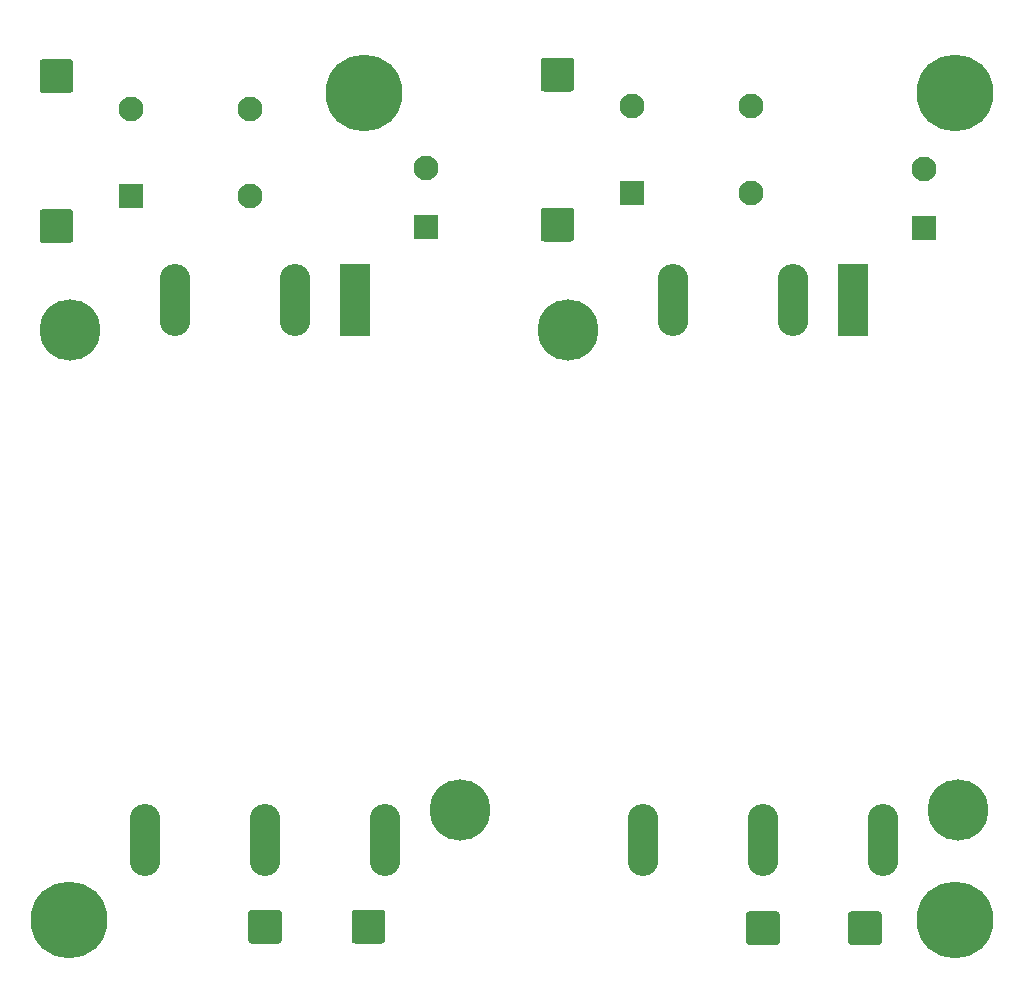
<source format=gbs>
G04 #@! TF.GenerationSoftware,KiCad,Pcbnew,5.1.6+dfsg1-1~bpo9+1*
G04 #@! TF.CreationDate,2022-04-04T20:49:37+02:00*
G04 #@! TF.ProjectId,sdrtrx-traco,73647274-7278-42d7-9472-61636f2e6b69,1*
G04 #@! TF.SameCoordinates,Original*
G04 #@! TF.FileFunction,Soldermask,Bot*
G04 #@! TF.FilePolarity,Negative*
%FSLAX46Y46*%
G04 Gerber Fmt 4.6, Leading zero omitted, Abs format (unit mm)*
G04 Created by KiCad (PCBNEW 5.1.6+dfsg1-1~bpo9+1) date 2022-04-04 20:49:37*
%MOMM*%
%LPD*%
G01*
G04 APERTURE LIST*
%ADD10C,2.100000*%
%ADD11R,2.100000X2.100000*%
%ADD12C,5.180000*%
%ADD13O,2.600000X6.100001*%
%ADD14R,2.600000X6.100000*%
%ADD15O,2.600000X6.100000*%
%ADD16C,6.500000*%
G04 APERTURE END LIST*
D10*
X77393800Y68627000D03*
D11*
X77393800Y63627000D03*
D10*
X35255200Y68677800D03*
D11*
X35255200Y63677800D03*
D10*
X62705000Y73948000D03*
X62705000Y66548000D03*
X52705000Y73948000D03*
D11*
X52705000Y66548000D03*
G36*
G01*
X44930000Y75415090D02*
X44930000Y77746910D01*
G75*
G02*
X45189090Y78006000I259090J0D01*
G01*
X47520910Y78006000D01*
G75*
G02*
X47780000Y77746910I0J-259090D01*
G01*
X47780000Y75415090D01*
G75*
G02*
X47520910Y75156000I-259090J0D01*
G01*
X45189090Y75156000D01*
G75*
G02*
X44930000Y75415090I0J259090D01*
G01*
G37*
G36*
G01*
X44930000Y62715090D02*
X44930000Y65046910D01*
G75*
G02*
X45189090Y65306000I259090J0D01*
G01*
X47520910Y65306000D01*
G75*
G02*
X47780000Y65046910I0J-259090D01*
G01*
X47780000Y62715090D01*
G75*
G02*
X47520910Y62456000I-259090J0D01*
G01*
X45189090Y62456000D01*
G75*
G02*
X44930000Y62715090I0J259090D01*
G01*
G37*
D12*
X80264000Y14351000D03*
X47244000Y54991000D03*
D13*
X53594000Y11811000D03*
X73914000Y11811000D03*
D14*
X71374000Y57531000D03*
D15*
X66294000Y57531000D03*
D13*
X56134000Y57531000D03*
X63754000Y11811000D03*
D12*
X38100000Y14351000D03*
X5080000Y54991000D03*
D13*
X11430000Y11811000D03*
X31750000Y11811000D03*
D14*
X29210000Y57531000D03*
D15*
X24130000Y57531000D03*
D13*
X13970000Y57531000D03*
X21590000Y11811000D03*
G36*
G01*
X20424090Y5870000D02*
X22755910Y5870000D01*
G75*
G02*
X23015000Y5610910I0J-259090D01*
G01*
X23015000Y3279090D01*
G75*
G02*
X22755910Y3020000I-259090J0D01*
G01*
X20424090Y3020000D01*
G75*
G02*
X20165000Y3279090I0J259090D01*
G01*
X20165000Y5610910D01*
G75*
G02*
X20424090Y5870000I259090J0D01*
G01*
G37*
G36*
G01*
X29187090Y5870000D02*
X31518910Y5870000D01*
G75*
G02*
X31778000Y5610910I0J-259090D01*
G01*
X31778000Y3279090D01*
G75*
G02*
X31518910Y3020000I-259090J0D01*
G01*
X29187090Y3020000D01*
G75*
G02*
X28928000Y3279090I0J259090D01*
G01*
X28928000Y5610910D01*
G75*
G02*
X29187090Y5870000I259090J0D01*
G01*
G37*
G36*
G01*
X62588090Y5743000D02*
X64919910Y5743000D01*
G75*
G02*
X65179000Y5483910I0J-259090D01*
G01*
X65179000Y3152090D01*
G75*
G02*
X64919910Y2893000I-259090J0D01*
G01*
X62588090Y2893000D01*
G75*
G02*
X62329000Y3152090I0J259090D01*
G01*
X62329000Y5483910D01*
G75*
G02*
X62588090Y5743000I259090J0D01*
G01*
G37*
G36*
G01*
X71224090Y5743000D02*
X73555910Y5743000D01*
G75*
G02*
X73815000Y5483910I0J-259090D01*
G01*
X73815000Y3152090D01*
G75*
G02*
X73555910Y2893000I-259090J0D01*
G01*
X71224090Y2893000D01*
G75*
G02*
X70965000Y3152090I0J259090D01*
G01*
X70965000Y5483910D01*
G75*
G02*
X71224090Y5743000I259090J0D01*
G01*
G37*
G36*
G01*
X5362000Y77619910D02*
X5362000Y75288090D01*
G75*
G02*
X5102910Y75029000I-259090J0D01*
G01*
X2771090Y75029000D01*
G75*
G02*
X2512000Y75288090I0J259090D01*
G01*
X2512000Y77619910D01*
G75*
G02*
X2771090Y77879000I259090J0D01*
G01*
X5102910Y77879000D01*
G75*
G02*
X5362000Y77619910I0J-259090D01*
G01*
G37*
G36*
G01*
X5362000Y64919910D02*
X5362000Y62588090D01*
G75*
G02*
X5102910Y62329000I-259090J0D01*
G01*
X2771090Y62329000D01*
G75*
G02*
X2512000Y62588090I0J259090D01*
G01*
X2512000Y64919910D01*
G75*
G02*
X2771090Y65179000I259090J0D01*
G01*
X5102910Y65179000D01*
G75*
G02*
X5362000Y64919910I0J-259090D01*
G01*
G37*
D10*
X20287000Y73694000D03*
X20287000Y66294000D03*
X10287000Y73694000D03*
D11*
X10287000Y66294000D03*
D16*
X80000000Y75010000D03*
X80000000Y5010000D03*
X30000000Y75010000D03*
X5000000Y5010000D03*
M02*

</source>
